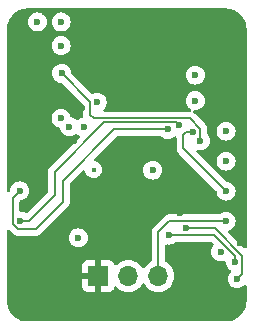
<source format=gbr>
%TF.GenerationSoftware,KiCad,Pcbnew,8.0.4*%
%TF.CreationDate,2025-01-29T23:36:48-05:00*%
%TF.ProjectId,Raidillon,52616964-696c-46c6-9f6e-2e6b69636164,rev?*%
%TF.SameCoordinates,Original*%
%TF.FileFunction,Copper,L2,Inr*%
%TF.FilePolarity,Positive*%
%FSLAX46Y46*%
G04 Gerber Fmt 4.6, Leading zero omitted, Abs format (unit mm)*
G04 Created by KiCad (PCBNEW 8.0.4) date 2025-01-29 23:36:48*
%MOMM*%
%LPD*%
G01*
G04 APERTURE LIST*
%TA.AperFunction,ComponentPad*%
%ADD10R,1.700000X1.700000*%
%TD*%
%TA.AperFunction,ComponentPad*%
%ADD11O,1.700000X1.700000*%
%TD*%
%TA.AperFunction,ViaPad*%
%ADD12C,0.600000*%
%TD*%
%TA.AperFunction,ViaPad*%
%ADD13C,0.450000*%
%TD*%
%TA.AperFunction,Conductor*%
%ADD14C,0.127000*%
%TD*%
G04 APERTURE END LIST*
D10*
%TO.N,GND*%
%TO.C,J2*%
X108000000Y-122900000D03*
D11*
%TO.N,+BATT_FUSED*%
X110540000Y-122900000D03*
%TO.N,/MCU/PWM*%
X113080000Y-122900000D03*
%TD*%
D12*
%TO.N,+BATT*%
X104842976Y-109546000D03*
X105550000Y-110250000D03*
X106750000Y-110300000D03*
%TO.N,+3.3V*%
X116212500Y-105900000D03*
X102850000Y-101400000D03*
X116212500Y-108060000D03*
%TO.N,GND*%
X119650000Y-101150000D03*
X107050000Y-103200000D03*
X107800000Y-117350000D03*
X101400000Y-125800000D03*
X110650000Y-115950000D03*
X113600000Y-103050000D03*
X107850000Y-116200000D03*
X101100000Y-121900000D03*
X115250000Y-124000000D03*
X106000000Y-116200000D03*
X106010000Y-108353000D03*
X117050000Y-120800000D03*
X115500000Y-120500000D03*
X106750000Y-126200000D03*
X110800000Y-105450000D03*
X106000000Y-117350000D03*
X111100000Y-111750000D03*
X113700000Y-126250000D03*
X107300000Y-101600000D03*
X110450000Y-103250000D03*
X119700000Y-105600000D03*
X115750000Y-121950000D03*
X120000000Y-124250000D03*
X101250000Y-101300000D03*
X106900000Y-116200000D03*
X116200000Y-101700000D03*
X114950000Y-113800000D03*
X110350000Y-126200000D03*
X112675000Y-108200000D03*
X114950000Y-117600000D03*
X120000000Y-120100000D03*
X106600000Y-108650000D03*
X106900000Y-117350000D03*
X112800000Y-105600000D03*
X112300000Y-117450000D03*
X105950000Y-111450000D03*
%TO.N,/MCU/PWM*%
X118815000Y-118260000D03*
%TO.N,/VMON*%
X112600000Y-113950000D03*
D13*
X107600000Y-113900000D03*
D12*
%TO.N,/IMON*%
X106315000Y-119675000D03*
%TO.N,/MCU/INT1_ACCEL*%
X114850000Y-110150000D03*
X101400000Y-118250000D03*
%TO.N,/MCU/CS_ACCEL*%
X116650000Y-111450000D03*
X104900000Y-105750000D03*
%TO.N,/MCU/INT_BARO*%
X119750000Y-123150000D03*
X115450000Y-118850000D03*
%TO.N,/MCU/INT2_ACCEL*%
X113900000Y-110500000D03*
X101350000Y-115700000D03*
%TO.N,/MCU/CS_BARO*%
X113950000Y-119450000D03*
X107900000Y-108200000D03*
X119600000Y-121700000D03*
X104850000Y-103400000D03*
%TO.N,/MCU/MOSI*%
X118815000Y-110640000D03*
%TO.N,/MCU/MISO*%
X118815000Y-113180000D03*
X118350000Y-120850000D03*
%TO.N,/MCU/CLK*%
X118815000Y-115720000D03*
X116000000Y-110700000D03*
%TO.N,/MCU/CHIP_EN*%
X104850000Y-101400000D03*
%TD*%
D14*
%TO.N,/MCU/PWM*%
X113990000Y-118260000D02*
X118815000Y-118260000D01*
X113080000Y-119170000D02*
X113990000Y-118260000D01*
X113080000Y-122900000D02*
X113080000Y-119170000D01*
%TO.N,/MCU/INT1_ACCEL*%
X108523000Y-109877000D02*
X114577000Y-109877000D01*
X101400000Y-118250000D02*
X102100000Y-118250000D01*
X104300000Y-114100000D02*
X108523000Y-109877000D01*
X114577000Y-109877000D02*
X114850000Y-110150000D01*
X102100000Y-118250000D02*
X104300000Y-116050000D01*
X104300000Y-116050000D02*
X104300000Y-114100000D01*
%TO.N,/MCU/CS_ACCEL*%
X104950000Y-105800000D02*
X104900000Y-105750000D01*
X116650000Y-111450000D02*
X116650000Y-110450000D01*
X115750000Y-109550000D02*
X107600000Y-109550000D01*
X107300000Y-109250000D02*
X107300000Y-108150000D01*
X107300000Y-108150000D02*
X104900000Y-105750000D01*
X107600000Y-109550000D02*
X107300000Y-109250000D01*
X116650000Y-110450000D02*
X115750000Y-109550000D01*
%TO.N,/MCU/INT_BARO*%
X117850000Y-118850000D02*
X120200000Y-121200000D01*
X115450000Y-118850000D02*
X117850000Y-118850000D01*
X120200000Y-121200000D02*
X120200000Y-122700000D01*
X120200000Y-122700000D02*
X119750000Y-123150000D01*
%TO.N,/MCU/INT2_ACCEL*%
X100750000Y-116300000D02*
X100750000Y-118500000D01*
X109350000Y-110500000D02*
X113900000Y-110500000D01*
X105000000Y-114850000D02*
X109350000Y-110500000D01*
X101350000Y-115700000D02*
X100750000Y-116300000D01*
X102700000Y-118950000D02*
X105000000Y-116650000D01*
X100750000Y-118500000D02*
X101200000Y-118950000D01*
X101200000Y-118950000D02*
X102700000Y-118950000D01*
X105000000Y-116650000D02*
X105000000Y-114850000D01*
%TO.N,/MCU/CS_BARO*%
X119600000Y-121250000D02*
X117800000Y-119450000D01*
X119600000Y-121700000D02*
X119600000Y-121250000D01*
X117800000Y-119450000D02*
X113950000Y-119450000D01*
%TO.N,/MCU/CLK*%
X115450000Y-110700000D02*
X116000000Y-110700000D01*
X115200000Y-112100000D02*
X115200000Y-110950000D01*
X115200000Y-110950000D02*
X115450000Y-110700000D01*
X118815000Y-115720000D02*
X118815000Y-115715000D01*
X118815000Y-115715000D02*
X115200000Y-112100000D01*
%TD*%
%TA.AperFunction,Conductor*%
%TO.N,GND*%
G36*
X118804418Y-100250816D02*
G01*
X119040140Y-100267674D01*
X119057641Y-100270191D01*
X119284229Y-100319482D01*
X119301188Y-100324461D01*
X119438672Y-100375740D01*
X119518462Y-100405501D01*
X119534555Y-100412851D01*
X119738068Y-100523977D01*
X119752951Y-100533542D01*
X119938579Y-100672501D01*
X119951950Y-100684087D01*
X120115912Y-100848049D01*
X120127498Y-100861420D01*
X120266457Y-101047048D01*
X120276022Y-101061931D01*
X120387148Y-101265444D01*
X120394498Y-101281537D01*
X120475535Y-101498803D01*
X120480519Y-101515779D01*
X120529807Y-101742352D01*
X120532325Y-101759864D01*
X120549184Y-101995581D01*
X120549500Y-102004427D01*
X120549500Y-120452522D01*
X120529815Y-120519561D01*
X120477011Y-120565316D01*
X120407853Y-120575260D01*
X120344297Y-120546235D01*
X120337819Y-120540203D01*
X119021739Y-119224123D01*
X118988254Y-119162800D01*
X118993238Y-119093108D01*
X119035110Y-119037175D01*
X119068463Y-119019401D01*
X119164522Y-118985789D01*
X119317262Y-118889816D01*
X119444816Y-118762262D01*
X119540789Y-118609522D01*
X119600368Y-118439255D01*
X119620565Y-118260000D01*
X119600368Y-118080745D01*
X119540789Y-117910478D01*
X119444816Y-117757738D01*
X119317262Y-117630184D01*
X119253808Y-117590313D01*
X119164523Y-117534211D01*
X118994254Y-117474631D01*
X118994249Y-117474630D01*
X118815004Y-117454435D01*
X118814996Y-117454435D01*
X118635750Y-117474630D01*
X118635745Y-117474631D01*
X118465476Y-117534211D01*
X118312737Y-117630184D01*
X118283241Y-117659681D01*
X118221918Y-117693166D01*
X118195560Y-117696000D01*
X113915747Y-117696000D01*
X113860822Y-117710716D01*
X113860822Y-117710717D01*
X113772304Y-117734435D01*
X113772302Y-117734436D01*
X113772301Y-117734436D01*
X113643699Y-117808685D01*
X113643693Y-117808689D01*
X112628689Y-118823693D01*
X112628685Y-118823699D01*
X112570525Y-118924435D01*
X112554434Y-118952304D01*
X112524507Y-119063999D01*
X112516000Y-119095747D01*
X112516000Y-121593888D01*
X112496315Y-121660927D01*
X112444406Y-121706269D01*
X112402176Y-121725961D01*
X112402169Y-121725965D01*
X112208597Y-121861505D01*
X112041505Y-122028597D01*
X111911575Y-122214158D01*
X111856998Y-122257783D01*
X111787500Y-122264977D01*
X111725145Y-122233454D01*
X111708425Y-122214158D01*
X111578494Y-122028597D01*
X111411402Y-121861506D01*
X111411395Y-121861501D01*
X111217834Y-121725967D01*
X111217830Y-121725965D01*
X111146727Y-121692809D01*
X111003663Y-121626097D01*
X111003659Y-121626096D01*
X111003655Y-121626094D01*
X110775413Y-121564938D01*
X110775403Y-121564936D01*
X110540001Y-121544341D01*
X110539999Y-121544341D01*
X110304596Y-121564936D01*
X110304586Y-121564938D01*
X110076344Y-121626094D01*
X110076335Y-121626098D01*
X109862171Y-121725964D01*
X109862169Y-121725965D01*
X109668600Y-121861503D01*
X109546284Y-121983819D01*
X109484961Y-122017303D01*
X109415269Y-122012319D01*
X109359336Y-121970447D01*
X109342421Y-121939470D01*
X109293354Y-121807913D01*
X109293350Y-121807906D01*
X109207190Y-121692812D01*
X109207187Y-121692809D01*
X109092093Y-121606649D01*
X109092086Y-121606645D01*
X108957379Y-121556403D01*
X108957372Y-121556401D01*
X108897844Y-121550000D01*
X108250000Y-121550000D01*
X108250000Y-122466988D01*
X108192993Y-122434075D01*
X108065826Y-122400000D01*
X107934174Y-122400000D01*
X107807007Y-122434075D01*
X107750000Y-122466988D01*
X107750000Y-121550000D01*
X107102155Y-121550000D01*
X107042627Y-121556401D01*
X107042620Y-121556403D01*
X106907913Y-121606645D01*
X106907906Y-121606649D01*
X106792812Y-121692809D01*
X106792809Y-121692812D01*
X106706649Y-121807906D01*
X106706645Y-121807913D01*
X106656403Y-121942620D01*
X106656401Y-121942627D01*
X106650000Y-122002155D01*
X106650000Y-122650000D01*
X107566988Y-122650000D01*
X107534075Y-122707007D01*
X107500000Y-122834174D01*
X107500000Y-122965826D01*
X107534075Y-123092993D01*
X107566988Y-123150000D01*
X106650000Y-123150000D01*
X106650000Y-123797844D01*
X106656401Y-123857372D01*
X106656403Y-123857379D01*
X106706645Y-123992086D01*
X106706649Y-123992093D01*
X106792809Y-124107187D01*
X106792812Y-124107190D01*
X106907906Y-124193350D01*
X106907913Y-124193354D01*
X107042620Y-124243596D01*
X107042627Y-124243598D01*
X107102155Y-124249999D01*
X107102172Y-124250000D01*
X107750000Y-124250000D01*
X107750000Y-123333012D01*
X107807007Y-123365925D01*
X107934174Y-123400000D01*
X108065826Y-123400000D01*
X108192993Y-123365925D01*
X108250000Y-123333012D01*
X108250000Y-124250000D01*
X108897828Y-124250000D01*
X108897844Y-124249999D01*
X108957372Y-124243598D01*
X108957379Y-124243596D01*
X109092086Y-124193354D01*
X109092093Y-124193350D01*
X109207187Y-124107190D01*
X109207190Y-124107187D01*
X109293350Y-123992093D01*
X109293354Y-123992086D01*
X109342422Y-123860529D01*
X109384293Y-123804595D01*
X109449757Y-123780178D01*
X109518030Y-123795030D01*
X109546285Y-123816181D01*
X109668599Y-123938495D01*
X109745135Y-123992086D01*
X109862165Y-124074032D01*
X109862167Y-124074033D01*
X109862170Y-124074035D01*
X110076337Y-124173903D01*
X110304592Y-124235063D01*
X110475319Y-124250000D01*
X110539999Y-124255659D01*
X110540000Y-124255659D01*
X110540001Y-124255659D01*
X110604681Y-124250000D01*
X110775408Y-124235063D01*
X111003663Y-124173903D01*
X111217830Y-124074035D01*
X111411401Y-123938495D01*
X111578495Y-123771401D01*
X111708425Y-123585842D01*
X111763002Y-123542217D01*
X111832500Y-123535023D01*
X111894855Y-123566546D01*
X111911575Y-123585842D01*
X112041500Y-123771395D01*
X112041505Y-123771401D01*
X112208599Y-123938495D01*
X112285135Y-123992086D01*
X112402165Y-124074032D01*
X112402167Y-124074033D01*
X112402170Y-124074035D01*
X112616337Y-124173903D01*
X112844592Y-124235063D01*
X113015319Y-124250000D01*
X113079999Y-124255659D01*
X113080000Y-124255659D01*
X113080001Y-124255659D01*
X113144681Y-124250000D01*
X113315408Y-124235063D01*
X113543663Y-124173903D01*
X113757830Y-124074035D01*
X113951401Y-123938495D01*
X114118495Y-123771401D01*
X114254035Y-123577830D01*
X114353903Y-123363663D01*
X114415063Y-123135408D01*
X114435659Y-122900000D01*
X114415063Y-122664592D01*
X114353903Y-122436337D01*
X114254035Y-122222171D01*
X114248425Y-122214158D01*
X114118494Y-122028597D01*
X113951402Y-121861506D01*
X113951395Y-121861501D01*
X113757831Y-121725965D01*
X113757829Y-121725964D01*
X113715595Y-121706270D01*
X113663156Y-121660097D01*
X113644000Y-121593888D01*
X113644000Y-120359843D01*
X113663685Y-120292804D01*
X113716489Y-120247049D01*
X113781884Y-120236623D01*
X113949997Y-120255565D01*
X113950000Y-120255565D01*
X113950004Y-120255565D01*
X114129249Y-120235369D01*
X114129252Y-120235368D01*
X114129255Y-120235368D01*
X114299522Y-120175789D01*
X114452262Y-120079816D01*
X114481759Y-120050319D01*
X114543082Y-120016834D01*
X114569440Y-120014000D01*
X117515022Y-120014000D01*
X117582061Y-120033685D01*
X117602703Y-120050319D01*
X117722472Y-120170088D01*
X117755957Y-120231411D01*
X117750973Y-120301103D01*
X117724508Y-120342281D01*
X117724525Y-120342295D01*
X117724394Y-120342458D01*
X117722472Y-120345450D01*
X117720184Y-120347737D01*
X117624211Y-120500476D01*
X117564631Y-120670745D01*
X117564630Y-120670750D01*
X117544435Y-120849996D01*
X117544435Y-120850003D01*
X117564630Y-121029249D01*
X117564631Y-121029254D01*
X117624211Y-121199523D01*
X117720184Y-121352262D01*
X117847738Y-121479816D01*
X117877615Y-121498589D01*
X117983208Y-121564938D01*
X118000478Y-121575789D01*
X118144250Y-121626097D01*
X118170745Y-121635368D01*
X118170750Y-121635369D01*
X118349996Y-121655565D01*
X118350000Y-121655565D01*
X118350004Y-121655565D01*
X118529249Y-121635369D01*
X118529251Y-121635368D01*
X118529255Y-121635368D01*
X118529258Y-121635366D01*
X118529262Y-121635366D01*
X118630604Y-121599905D01*
X118700383Y-121596343D01*
X118761010Y-121631071D01*
X118793238Y-121693065D01*
X118794779Y-121703062D01*
X118814630Y-121879250D01*
X118814631Y-121879254D01*
X118874211Y-122049523D01*
X118970184Y-122202262D01*
X119097738Y-122329816D01*
X119175107Y-122378430D01*
X119221398Y-122430765D01*
X119232046Y-122499818D01*
X119203671Y-122563667D01*
X119196817Y-122571105D01*
X119120183Y-122647739D01*
X119024211Y-122800476D01*
X118964631Y-122970745D01*
X118964630Y-122970750D01*
X118944435Y-123149996D01*
X118944435Y-123150000D01*
X118964630Y-123329249D01*
X118964631Y-123329254D01*
X119024211Y-123499523D01*
X119120184Y-123652262D01*
X119247738Y-123779816D01*
X119287174Y-123804595D01*
X119371178Y-123857379D01*
X119400478Y-123875789D01*
X119570745Y-123935368D01*
X119570750Y-123935369D01*
X119749996Y-123955565D01*
X119750000Y-123955565D01*
X119750004Y-123955565D01*
X119929249Y-123935369D01*
X119929252Y-123935368D01*
X119929255Y-123935368D01*
X120099522Y-123875789D01*
X120252262Y-123779816D01*
X120337819Y-123694259D01*
X120399142Y-123660774D01*
X120468834Y-123665758D01*
X120524767Y-123707630D01*
X120549184Y-123773094D01*
X120549500Y-123781940D01*
X120549500Y-124995572D01*
X120549184Y-125004418D01*
X120532325Y-125240135D01*
X120529807Y-125257647D01*
X120480519Y-125484220D01*
X120475535Y-125501196D01*
X120394498Y-125718462D01*
X120387148Y-125734555D01*
X120276022Y-125938068D01*
X120266457Y-125952951D01*
X120127498Y-126138579D01*
X120115912Y-126151950D01*
X119951950Y-126315912D01*
X119938579Y-126327498D01*
X119752951Y-126466457D01*
X119738068Y-126476022D01*
X119534555Y-126587148D01*
X119518462Y-126594498D01*
X119301196Y-126675535D01*
X119284220Y-126680519D01*
X119057647Y-126729807D01*
X119040135Y-126732325D01*
X118804418Y-126749184D01*
X118795572Y-126749500D01*
X102004428Y-126749500D01*
X101995582Y-126749184D01*
X101759864Y-126732325D01*
X101742352Y-126729807D01*
X101515779Y-126680519D01*
X101498803Y-126675535D01*
X101281537Y-126594498D01*
X101265444Y-126587148D01*
X101061931Y-126476022D01*
X101047048Y-126466457D01*
X100861420Y-126327498D01*
X100848049Y-126315912D01*
X100684087Y-126151950D01*
X100672501Y-126138579D01*
X100533542Y-125952951D01*
X100523977Y-125938068D01*
X100412851Y-125734555D01*
X100405501Y-125718462D01*
X100375740Y-125638672D01*
X100324461Y-125501188D01*
X100319482Y-125484229D01*
X100270191Y-125257641D01*
X100267674Y-125240135D01*
X100250816Y-125004418D01*
X100250500Y-124995572D01*
X100250500Y-119674996D01*
X105509435Y-119674996D01*
X105509435Y-119675003D01*
X105529630Y-119854249D01*
X105529631Y-119854254D01*
X105589211Y-120024523D01*
X105680676Y-120170088D01*
X105685184Y-120177262D01*
X105812738Y-120304816D01*
X105965478Y-120400789D01*
X106135745Y-120460368D01*
X106135750Y-120460369D01*
X106314996Y-120480565D01*
X106315000Y-120480565D01*
X106315004Y-120480565D01*
X106494249Y-120460369D01*
X106494252Y-120460368D01*
X106494255Y-120460368D01*
X106664522Y-120400789D01*
X106817262Y-120304816D01*
X106944816Y-120177262D01*
X107040789Y-120024522D01*
X107100368Y-119854255D01*
X107120565Y-119675000D01*
X107100368Y-119495745D01*
X107040789Y-119325478D01*
X107019736Y-119291973D01*
X106944815Y-119172737D01*
X106817262Y-119045184D01*
X106664523Y-118949211D01*
X106494254Y-118889631D01*
X106494249Y-118889630D01*
X106315004Y-118869435D01*
X106314996Y-118869435D01*
X106135750Y-118889630D01*
X106135745Y-118889631D01*
X105965476Y-118949211D01*
X105812737Y-119045184D01*
X105685184Y-119172737D01*
X105589211Y-119325476D01*
X105529631Y-119495745D01*
X105529630Y-119495750D01*
X105509435Y-119674996D01*
X100250500Y-119674996D01*
X100250500Y-119097478D01*
X100270185Y-119030439D01*
X100322989Y-118984684D01*
X100392147Y-118974740D01*
X100455703Y-119003765D01*
X100462181Y-119009797D01*
X100744346Y-119291962D01*
X100744356Y-119291973D01*
X100748686Y-119296303D01*
X100748687Y-119296304D01*
X100853696Y-119401313D01*
X100982304Y-119475565D01*
X101125747Y-119514000D01*
X101125748Y-119514000D01*
X101125749Y-119514000D01*
X102774251Y-119514000D01*
X102774253Y-119514000D01*
X102917696Y-119475565D01*
X103046304Y-119401313D01*
X103151313Y-119296304D01*
X103151313Y-119296302D01*
X103161517Y-119286099D01*
X103161521Y-119286094D01*
X105336094Y-117111521D01*
X105336099Y-117111517D01*
X105346302Y-117101313D01*
X105346304Y-117101313D01*
X105451313Y-116996304D01*
X105525565Y-116867696D01*
X105536854Y-116825565D01*
X105564000Y-116724253D01*
X105564000Y-116575748D01*
X105564000Y-115134977D01*
X105583685Y-115067938D01*
X105600314Y-115047301D01*
X106675453Y-113972161D01*
X106736776Y-113938677D01*
X106806468Y-113943661D01*
X106862401Y-113985533D01*
X106886354Y-114045960D01*
X106888212Y-114062455D01*
X106942210Y-114216774D01*
X106994205Y-114299523D01*
X107029192Y-114355204D01*
X107144796Y-114470808D01*
X107283225Y-114557789D01*
X107437539Y-114611786D01*
X107437542Y-114611786D01*
X107437544Y-114611787D01*
X107599996Y-114630091D01*
X107600000Y-114630091D01*
X107600004Y-114630091D01*
X107762455Y-114611787D01*
X107762456Y-114611786D01*
X107762461Y-114611786D01*
X107916775Y-114557789D01*
X108055204Y-114470808D01*
X108170808Y-114355204D01*
X108257789Y-114216775D01*
X108311786Y-114062461D01*
X108311787Y-114062455D01*
X108324458Y-113949996D01*
X111794435Y-113949996D01*
X111794435Y-113950003D01*
X111814630Y-114129249D01*
X111814631Y-114129254D01*
X111874211Y-114299523D01*
X111909198Y-114355204D01*
X111970184Y-114452262D01*
X112097738Y-114579816D01*
X112250478Y-114675789D01*
X112420745Y-114735368D01*
X112420750Y-114735369D01*
X112599996Y-114755565D01*
X112600000Y-114755565D01*
X112600004Y-114755565D01*
X112779249Y-114735369D01*
X112779252Y-114735368D01*
X112779255Y-114735368D01*
X112949522Y-114675789D01*
X113102262Y-114579816D01*
X113229816Y-114452262D01*
X113325789Y-114299522D01*
X113385368Y-114129255D01*
X113392894Y-114062461D01*
X113405565Y-113950003D01*
X113405565Y-113949996D01*
X113385369Y-113770750D01*
X113385368Y-113770745D01*
X113325788Y-113600476D01*
X113229815Y-113447737D01*
X113102262Y-113320184D01*
X112949523Y-113224211D01*
X112779254Y-113164631D01*
X112779249Y-113164630D01*
X112600004Y-113144435D01*
X112599996Y-113144435D01*
X112420750Y-113164630D01*
X112420745Y-113164631D01*
X112250476Y-113224211D01*
X112097737Y-113320184D01*
X111970184Y-113447737D01*
X111874211Y-113600476D01*
X111814631Y-113770745D01*
X111814630Y-113770750D01*
X111794435Y-113949996D01*
X108324458Y-113949996D01*
X108330091Y-113900003D01*
X108330091Y-113899996D01*
X108311787Y-113737544D01*
X108311786Y-113737542D01*
X108311786Y-113737539D01*
X108257789Y-113583225D01*
X108170808Y-113444796D01*
X108055204Y-113329192D01*
X108040868Y-113320184D01*
X107916774Y-113242210D01*
X107762455Y-113188212D01*
X107745960Y-113186354D01*
X107681546Y-113159288D01*
X107641990Y-113101693D01*
X107639853Y-113031856D01*
X107672162Y-112975453D01*
X108567800Y-112079816D01*
X109547297Y-111100319D01*
X109608620Y-111066834D01*
X109634978Y-111064000D01*
X113280560Y-111064000D01*
X113347599Y-111083685D01*
X113368241Y-111100319D01*
X113397738Y-111129816D01*
X113550478Y-111225789D01*
X113676297Y-111269815D01*
X113720745Y-111285368D01*
X113720750Y-111285369D01*
X113899996Y-111305565D01*
X113900000Y-111305565D01*
X113900004Y-111305565D01*
X114079249Y-111285369D01*
X114079252Y-111285368D01*
X114079255Y-111285368D01*
X114249522Y-111225789D01*
X114402262Y-111129816D01*
X114424319Y-111107759D01*
X114485642Y-111074274D01*
X114555334Y-111079258D01*
X114611267Y-111121130D01*
X114635684Y-111186594D01*
X114636000Y-111195440D01*
X114636000Y-112174252D01*
X114674435Y-112317696D01*
X114748687Y-112446304D01*
X114748689Y-112446306D01*
X114860761Y-112558378D01*
X114860767Y-112558383D01*
X117977109Y-115674725D01*
X118010594Y-115736048D01*
X118012648Y-115748522D01*
X118029630Y-115899250D01*
X118029631Y-115899254D01*
X118089211Y-116069523D01*
X118172617Y-116202262D01*
X118185184Y-116222262D01*
X118312738Y-116349816D01*
X118403080Y-116406582D01*
X118433646Y-116425788D01*
X118465478Y-116445789D01*
X118578591Y-116485369D01*
X118635745Y-116505368D01*
X118635750Y-116505369D01*
X118814996Y-116525565D01*
X118815000Y-116525565D01*
X118815004Y-116525565D01*
X118994249Y-116505369D01*
X118994252Y-116505368D01*
X118994255Y-116505368D01*
X119164522Y-116445789D01*
X119317262Y-116349816D01*
X119444816Y-116222262D01*
X119540789Y-116069522D01*
X119600368Y-115899255D01*
X119600369Y-115899249D01*
X119620565Y-115720003D01*
X119620565Y-115719996D01*
X119600369Y-115540750D01*
X119600368Y-115540745D01*
X119540788Y-115370476D01*
X119444815Y-115217737D01*
X119317262Y-115090184D01*
X119164523Y-114994211D01*
X118994254Y-114934631D01*
X118994249Y-114934630D01*
X118854793Y-114918918D01*
X118790379Y-114891852D01*
X118780995Y-114883379D01*
X117077612Y-113179996D01*
X118009435Y-113179996D01*
X118009435Y-113180003D01*
X118029630Y-113359249D01*
X118029631Y-113359254D01*
X118089211Y-113529523D01*
X118164086Y-113648685D01*
X118185184Y-113682262D01*
X118312738Y-113809816D01*
X118403080Y-113866582D01*
X118456269Y-113900003D01*
X118465478Y-113905789D01*
X118635745Y-113965368D01*
X118635750Y-113965369D01*
X118814996Y-113985565D01*
X118815000Y-113985565D01*
X118815004Y-113985565D01*
X118994249Y-113965369D01*
X118994252Y-113965368D01*
X118994255Y-113965368D01*
X119164522Y-113905789D01*
X119317262Y-113809816D01*
X119444816Y-113682262D01*
X119540789Y-113529522D01*
X119600368Y-113359255D01*
X119600369Y-113359249D01*
X119620565Y-113180003D01*
X119620565Y-113179996D01*
X119600369Y-113000750D01*
X119600368Y-113000745D01*
X119540788Y-112830476D01*
X119444815Y-112677737D01*
X119317262Y-112550184D01*
X119164523Y-112454211D01*
X118994254Y-112394631D01*
X118994249Y-112394630D01*
X118815004Y-112374435D01*
X118814996Y-112374435D01*
X118635750Y-112394630D01*
X118635745Y-112394631D01*
X118465476Y-112454211D01*
X118312737Y-112550184D01*
X118185184Y-112677737D01*
X118089211Y-112830476D01*
X118029631Y-113000745D01*
X118029630Y-113000750D01*
X118009435Y-113179996D01*
X117077612Y-113179996D01*
X116335337Y-112437721D01*
X116301852Y-112376398D01*
X116306836Y-112306706D01*
X116348708Y-112250773D01*
X116414172Y-112226356D01*
X116463976Y-112233000D01*
X116470739Y-112235366D01*
X116470745Y-112235368D01*
X116470747Y-112235368D01*
X116470750Y-112235369D01*
X116649996Y-112255565D01*
X116650000Y-112255565D01*
X116650004Y-112255565D01*
X116829249Y-112235369D01*
X116829252Y-112235368D01*
X116829255Y-112235368D01*
X116999522Y-112175789D01*
X117152262Y-112079816D01*
X117279816Y-111952262D01*
X117375789Y-111799522D01*
X117435368Y-111629255D01*
X117435369Y-111629249D01*
X117455565Y-111450003D01*
X117455565Y-111449996D01*
X117435369Y-111270750D01*
X117435368Y-111270745D01*
X117383015Y-111121130D01*
X117375789Y-111100478D01*
X117279816Y-110947738D01*
X117250319Y-110918241D01*
X117216834Y-110856918D01*
X117214000Y-110830560D01*
X117214000Y-110639996D01*
X118009435Y-110639996D01*
X118009435Y-110640003D01*
X118029630Y-110819249D01*
X118029631Y-110819254D01*
X118089211Y-110989523D01*
X118158829Y-111100319D01*
X118185184Y-111142262D01*
X118312738Y-111269816D01*
X118465478Y-111365789D01*
X118635745Y-111425368D01*
X118635750Y-111425369D01*
X118814996Y-111445565D01*
X118815000Y-111445565D01*
X118815004Y-111445565D01*
X118994249Y-111425369D01*
X118994252Y-111425368D01*
X118994255Y-111425368D01*
X119164522Y-111365789D01*
X119317262Y-111269816D01*
X119444816Y-111142262D01*
X119540789Y-110989522D01*
X119600368Y-110819255D01*
X119601740Y-110807078D01*
X119620565Y-110640003D01*
X119620565Y-110639996D01*
X119600369Y-110460750D01*
X119600368Y-110460745D01*
X119584184Y-110414495D01*
X119540789Y-110290478D01*
X119444816Y-110137738D01*
X119317262Y-110010184D01*
X119298965Y-109998687D01*
X119164523Y-109914211D01*
X118994254Y-109854631D01*
X118994249Y-109854630D01*
X118815004Y-109834435D01*
X118814996Y-109834435D01*
X118635750Y-109854630D01*
X118635745Y-109854631D01*
X118465476Y-109914211D01*
X118312737Y-110010184D01*
X118185184Y-110137737D01*
X118089211Y-110290476D01*
X118029631Y-110460745D01*
X118029630Y-110460750D01*
X118009435Y-110639996D01*
X117214000Y-110639996D01*
X117214000Y-110375749D01*
X117214000Y-110375748D01*
X117208091Y-110353696D01*
X117202523Y-110332917D01*
X117191152Y-110290476D01*
X117175565Y-110232304D01*
X117155608Y-110197738D01*
X117101313Y-110103696D01*
X116996304Y-109998687D01*
X116996303Y-109998686D01*
X116991973Y-109994356D01*
X116991962Y-109994346D01*
X116208383Y-109210767D01*
X116208381Y-109210764D01*
X116096306Y-109098689D01*
X116096304Y-109098687D01*
X116081116Y-109089918D01*
X116032902Y-109039353D01*
X116019678Y-108970746D01*
X116045646Y-108905881D01*
X116102560Y-108865352D01*
X116157001Y-108859312D01*
X116212497Y-108865565D01*
X116212500Y-108865565D01*
X116212504Y-108865565D01*
X116391749Y-108845369D01*
X116391752Y-108845368D01*
X116391755Y-108845368D01*
X116562022Y-108785789D01*
X116714762Y-108689816D01*
X116842316Y-108562262D01*
X116938289Y-108409522D01*
X116997868Y-108239255D01*
X117002291Y-108200000D01*
X117018065Y-108060003D01*
X117018065Y-108059996D01*
X116997869Y-107880750D01*
X116997868Y-107880745D01*
X116938288Y-107710476D01*
X116842315Y-107557737D01*
X116714762Y-107430184D01*
X116562023Y-107334211D01*
X116391754Y-107274631D01*
X116391749Y-107274630D01*
X116212504Y-107254435D01*
X116212496Y-107254435D01*
X116033250Y-107274630D01*
X116033245Y-107274631D01*
X115862976Y-107334211D01*
X115710237Y-107430184D01*
X115582684Y-107557737D01*
X115486711Y-107710476D01*
X115427131Y-107880745D01*
X115427130Y-107880750D01*
X115406935Y-108059996D01*
X115406935Y-108060003D01*
X115427130Y-108239249D01*
X115427131Y-108239254D01*
X115486711Y-108409523D01*
X115582684Y-108562262D01*
X115710238Y-108689816D01*
X115730046Y-108702262D01*
X115817170Y-108757006D01*
X115863461Y-108809341D01*
X115874109Y-108878395D01*
X115845734Y-108942243D01*
X115787344Y-108980615D01*
X115751198Y-108986000D01*
X108545440Y-108986000D01*
X108478401Y-108966315D01*
X108432646Y-108913511D01*
X108422702Y-108844353D01*
X108451727Y-108780797D01*
X108457759Y-108774319D01*
X108491643Y-108740435D01*
X108529816Y-108702262D01*
X108625789Y-108549522D01*
X108685368Y-108379255D01*
X108701142Y-108239255D01*
X108705565Y-108200003D01*
X108705565Y-108199996D01*
X108685369Y-108020750D01*
X108685368Y-108020745D01*
X108625789Y-107850478D01*
X108529816Y-107697738D01*
X108402262Y-107570184D01*
X108382453Y-107557737D01*
X108249523Y-107474211D01*
X108079254Y-107414631D01*
X108079249Y-107414630D01*
X107900004Y-107394435D01*
X107899996Y-107394435D01*
X107720750Y-107414630D01*
X107720737Y-107414633D01*
X107550478Y-107474210D01*
X107544206Y-107477231D01*
X107542992Y-107474710D01*
X107487865Y-107490242D01*
X107421046Y-107469821D01*
X107401547Y-107453930D01*
X105847613Y-105899996D01*
X115406935Y-105899996D01*
X115406935Y-105900003D01*
X115427130Y-106079249D01*
X115427131Y-106079254D01*
X115486711Y-106249523D01*
X115568580Y-106379815D01*
X115582684Y-106402262D01*
X115710238Y-106529816D01*
X115862978Y-106625789D01*
X116033245Y-106685368D01*
X116033250Y-106685369D01*
X116212496Y-106705565D01*
X116212500Y-106705565D01*
X116212504Y-106705565D01*
X116391749Y-106685369D01*
X116391752Y-106685368D01*
X116391755Y-106685368D01*
X116562022Y-106625789D01*
X116714762Y-106529816D01*
X116842316Y-106402262D01*
X116938289Y-106249522D01*
X116997868Y-106079255D01*
X117014769Y-105929254D01*
X117018065Y-105900003D01*
X117018065Y-105899996D01*
X116997869Y-105720750D01*
X116997868Y-105720745D01*
X116945382Y-105570750D01*
X116938289Y-105550478D01*
X116842316Y-105397738D01*
X116714762Y-105270184D01*
X116562023Y-105174211D01*
X116391754Y-105114631D01*
X116391749Y-105114630D01*
X116212504Y-105094435D01*
X116212496Y-105094435D01*
X116033250Y-105114630D01*
X116033245Y-105114631D01*
X115862976Y-105174211D01*
X115710237Y-105270184D01*
X115582684Y-105397737D01*
X115486711Y-105550476D01*
X115427131Y-105720745D01*
X115427130Y-105720750D01*
X115406935Y-105899996D01*
X105847613Y-105899996D01*
X105737255Y-105789638D01*
X105703770Y-105728315D01*
X105701716Y-105715840D01*
X105685369Y-105570750D01*
X105685368Y-105570745D01*
X105625788Y-105400476D01*
X105586582Y-105338080D01*
X105529816Y-105247738D01*
X105402262Y-105120184D01*
X105393426Y-105114632D01*
X105249523Y-105024211D01*
X105079254Y-104964631D01*
X105079249Y-104964630D01*
X104900004Y-104944435D01*
X104899996Y-104944435D01*
X104720750Y-104964630D01*
X104720745Y-104964631D01*
X104550476Y-105024211D01*
X104397737Y-105120184D01*
X104270184Y-105247737D01*
X104174211Y-105400476D01*
X104114631Y-105570745D01*
X104114630Y-105570750D01*
X104094435Y-105749996D01*
X104094435Y-105750003D01*
X104114630Y-105929249D01*
X104114631Y-105929254D01*
X104174211Y-106099523D01*
X104268462Y-106249522D01*
X104270184Y-106252262D01*
X104397738Y-106379816D01*
X104550478Y-106475789D01*
X104704878Y-106529816D01*
X104720745Y-106535368D01*
X104720750Y-106535369D01*
X104832915Y-106548006D01*
X104865840Y-106551716D01*
X104930254Y-106578782D01*
X104939638Y-106587255D01*
X106699681Y-108347297D01*
X106733166Y-108408620D01*
X106736000Y-108434978D01*
X106736000Y-109324252D01*
X106743381Y-109351801D01*
X106741716Y-109421651D01*
X106702552Y-109479512D01*
X106638323Y-109507014D01*
X106637489Y-109507111D01*
X106570749Y-109514630D01*
X106570745Y-109514631D01*
X106400476Y-109574211D01*
X106242127Y-109673709D01*
X106174890Y-109692709D01*
X106108055Y-109672341D01*
X106088474Y-109656396D01*
X106052262Y-109620184D01*
X105899521Y-109524210D01*
X105729246Y-109464629D01*
X105722459Y-109463080D01*
X105723133Y-109460125D01*
X105670991Y-109437806D01*
X105631819Y-109379950D01*
X105629033Y-109369761D01*
X105628346Y-109366751D01*
X105571291Y-109203698D01*
X105568765Y-109196478D01*
X105472792Y-109043738D01*
X105345238Y-108916184D01*
X105328841Y-108905881D01*
X105192499Y-108820211D01*
X105022230Y-108760631D01*
X105022225Y-108760630D01*
X104842980Y-108740435D01*
X104842972Y-108740435D01*
X104663726Y-108760630D01*
X104663721Y-108760631D01*
X104493452Y-108820211D01*
X104340713Y-108916184D01*
X104213160Y-109043737D01*
X104117187Y-109196476D01*
X104057607Y-109366745D01*
X104057606Y-109366750D01*
X104037411Y-109545996D01*
X104037411Y-109546003D01*
X104057606Y-109725249D01*
X104057607Y-109725254D01*
X104117187Y-109895523D01*
X104182010Y-109998687D01*
X104213160Y-110048262D01*
X104340714Y-110175816D01*
X104493454Y-110271789D01*
X104663721Y-110331368D01*
X104670508Y-110332917D01*
X104669771Y-110336143D01*
X104720718Y-110357160D01*
X104760648Y-110414495D01*
X104763938Y-110426218D01*
X104764629Y-110429245D01*
X104824210Y-110599521D01*
X104849645Y-110640000D01*
X104920184Y-110752262D01*
X105047738Y-110879816D01*
X105138080Y-110936582D01*
X105155833Y-110947737D01*
X105200478Y-110975789D01*
X105301168Y-111011022D01*
X105370745Y-111035368D01*
X105370750Y-111035369D01*
X105549996Y-111055565D01*
X105550000Y-111055565D01*
X105550004Y-111055565D01*
X105729249Y-111035369D01*
X105729252Y-111035368D01*
X105729255Y-111035368D01*
X105899522Y-110975789D01*
X106052262Y-110879816D01*
X106052263Y-110879814D01*
X106057871Y-110876291D01*
X106125108Y-110857290D01*
X106191943Y-110877657D01*
X106211525Y-110893603D01*
X106247738Y-110929816D01*
X106276259Y-110947737D01*
X106376976Y-111011022D01*
X106423267Y-111063357D01*
X106433915Y-111132411D01*
X106405540Y-111196259D01*
X106398685Y-111203697D01*
X103953698Y-113648685D01*
X103848689Y-113753693D01*
X103848685Y-113753699D01*
X103774436Y-113882301D01*
X103774435Y-113882304D01*
X103736000Y-114025748D01*
X103736000Y-115765022D01*
X103716315Y-115832061D01*
X103699681Y-115852703D01*
X101990571Y-117561812D01*
X101929248Y-117595297D01*
X101859556Y-117590313D01*
X101836918Y-117579125D01*
X101749523Y-117524211D01*
X101579254Y-117464631D01*
X101579250Y-117464630D01*
X101424116Y-117447151D01*
X101359702Y-117420084D01*
X101320147Y-117362489D01*
X101314000Y-117323931D01*
X101314000Y-116620434D01*
X101333685Y-116553395D01*
X101386489Y-116507640D01*
X101424116Y-116497214D01*
X101443288Y-116495054D01*
X101529250Y-116485369D01*
X101529253Y-116485368D01*
X101529255Y-116485368D01*
X101699522Y-116425789D01*
X101852262Y-116329816D01*
X101979816Y-116202262D01*
X102075789Y-116049522D01*
X102135368Y-115879255D01*
X102138812Y-115848687D01*
X102155565Y-115700003D01*
X102155565Y-115699996D01*
X102135369Y-115520750D01*
X102135368Y-115520745D01*
X102082787Y-115370478D01*
X102075789Y-115350478D01*
X101979816Y-115197738D01*
X101852262Y-115070184D01*
X101815836Y-115047296D01*
X101699523Y-114974211D01*
X101529254Y-114914631D01*
X101529249Y-114914630D01*
X101350004Y-114894435D01*
X101349996Y-114894435D01*
X101170750Y-114914630D01*
X101170745Y-114914631D01*
X101000476Y-114974211D01*
X100847737Y-115070184D01*
X100720184Y-115197737D01*
X100624211Y-115350476D01*
X100564631Y-115520745D01*
X100564630Y-115520749D01*
X100548282Y-115665842D01*
X100521215Y-115730256D01*
X100512744Y-115739638D01*
X100462182Y-115790201D01*
X100400859Y-115823687D01*
X100331168Y-115818703D01*
X100275234Y-115776832D01*
X100250816Y-115711368D01*
X100250500Y-115702521D01*
X100250500Y-103399996D01*
X104044435Y-103399996D01*
X104044435Y-103400003D01*
X104064630Y-103579249D01*
X104064631Y-103579254D01*
X104124211Y-103749523D01*
X104220184Y-103902262D01*
X104347738Y-104029816D01*
X104500478Y-104125789D01*
X104670745Y-104185368D01*
X104670750Y-104185369D01*
X104849996Y-104205565D01*
X104850000Y-104205565D01*
X104850004Y-104205565D01*
X105029249Y-104185369D01*
X105029252Y-104185368D01*
X105029255Y-104185368D01*
X105199522Y-104125789D01*
X105352262Y-104029816D01*
X105479816Y-103902262D01*
X105575789Y-103749522D01*
X105635368Y-103579255D01*
X105655565Y-103400000D01*
X105635368Y-103220745D01*
X105575789Y-103050478D01*
X105479816Y-102897738D01*
X105352262Y-102770184D01*
X105199523Y-102674211D01*
X105029254Y-102614631D01*
X105029249Y-102614630D01*
X104850004Y-102594435D01*
X104849996Y-102594435D01*
X104670750Y-102614630D01*
X104670745Y-102614631D01*
X104500476Y-102674211D01*
X104347737Y-102770184D01*
X104220184Y-102897737D01*
X104124211Y-103050476D01*
X104064631Y-103220745D01*
X104064630Y-103220750D01*
X104044435Y-103399996D01*
X100250500Y-103399996D01*
X100250500Y-102004427D01*
X100250816Y-101995581D01*
X100267674Y-101759864D01*
X100270190Y-101742360D01*
X100319483Y-101515766D01*
X100324460Y-101498815D01*
X100361318Y-101399996D01*
X102044435Y-101399996D01*
X102044435Y-101400003D01*
X102064630Y-101579249D01*
X102064631Y-101579254D01*
X102124211Y-101749523D01*
X102125152Y-101751020D01*
X102220184Y-101902262D01*
X102347738Y-102029816D01*
X102500478Y-102125789D01*
X102670745Y-102185368D01*
X102670750Y-102185369D01*
X102849996Y-102205565D01*
X102850000Y-102205565D01*
X102850004Y-102205565D01*
X103029249Y-102185369D01*
X103029252Y-102185368D01*
X103029255Y-102185368D01*
X103199522Y-102125789D01*
X103352262Y-102029816D01*
X103479816Y-101902262D01*
X103575789Y-101749522D01*
X103635368Y-101579255D01*
X103655565Y-101400000D01*
X103655565Y-101399996D01*
X104044435Y-101399996D01*
X104044435Y-101400003D01*
X104064630Y-101579249D01*
X104064631Y-101579254D01*
X104124211Y-101749523D01*
X104125152Y-101751020D01*
X104220184Y-101902262D01*
X104347738Y-102029816D01*
X104500478Y-102125789D01*
X104670745Y-102185368D01*
X104670750Y-102185369D01*
X104849996Y-102205565D01*
X104850000Y-102205565D01*
X104850004Y-102205565D01*
X105029249Y-102185369D01*
X105029252Y-102185368D01*
X105029255Y-102185368D01*
X105199522Y-102125789D01*
X105352262Y-102029816D01*
X105479816Y-101902262D01*
X105575789Y-101749522D01*
X105635368Y-101579255D01*
X105655565Y-101400000D01*
X105640404Y-101265444D01*
X105635369Y-101220750D01*
X105635368Y-101220745D01*
X105584257Y-101074678D01*
X105575789Y-101050478D01*
X105479816Y-100897738D01*
X105352262Y-100770184D01*
X105215240Y-100684087D01*
X105199523Y-100674211D01*
X105029254Y-100614631D01*
X105029249Y-100614630D01*
X104850004Y-100594435D01*
X104849996Y-100594435D01*
X104670750Y-100614630D01*
X104670745Y-100614631D01*
X104500476Y-100674211D01*
X104347737Y-100770184D01*
X104220184Y-100897737D01*
X104124211Y-101050476D01*
X104064631Y-101220745D01*
X104064630Y-101220750D01*
X104044435Y-101399996D01*
X103655565Y-101399996D01*
X103640404Y-101265444D01*
X103635369Y-101220750D01*
X103635368Y-101220745D01*
X103584257Y-101074678D01*
X103575789Y-101050478D01*
X103479816Y-100897738D01*
X103352262Y-100770184D01*
X103215240Y-100684087D01*
X103199523Y-100674211D01*
X103029254Y-100614631D01*
X103029249Y-100614630D01*
X102850004Y-100594435D01*
X102849996Y-100594435D01*
X102670750Y-100614630D01*
X102670745Y-100614631D01*
X102500476Y-100674211D01*
X102347737Y-100770184D01*
X102220184Y-100897737D01*
X102124211Y-101050476D01*
X102064631Y-101220745D01*
X102064630Y-101220750D01*
X102044435Y-101399996D01*
X100361318Y-101399996D01*
X100405501Y-101281536D01*
X100412851Y-101265444D01*
X100437256Y-101220750D01*
X100523981Y-101061923D01*
X100533537Y-101047054D01*
X100672506Y-100861413D01*
X100684080Y-100848056D01*
X100848056Y-100684080D01*
X100861413Y-100672506D01*
X101047054Y-100533537D01*
X101061923Y-100523981D01*
X101265444Y-100412850D01*
X101281537Y-100405501D01*
X101498815Y-100324460D01*
X101515766Y-100319483D01*
X101742360Y-100270190D01*
X101759857Y-100267674D01*
X101995582Y-100250816D01*
X102004428Y-100250500D01*
X102044170Y-100250500D01*
X118755830Y-100250500D01*
X118795572Y-100250500D01*
X118804418Y-100250816D01*
G37*
%TD.AperFunction*%
%TD*%
M02*

</source>
